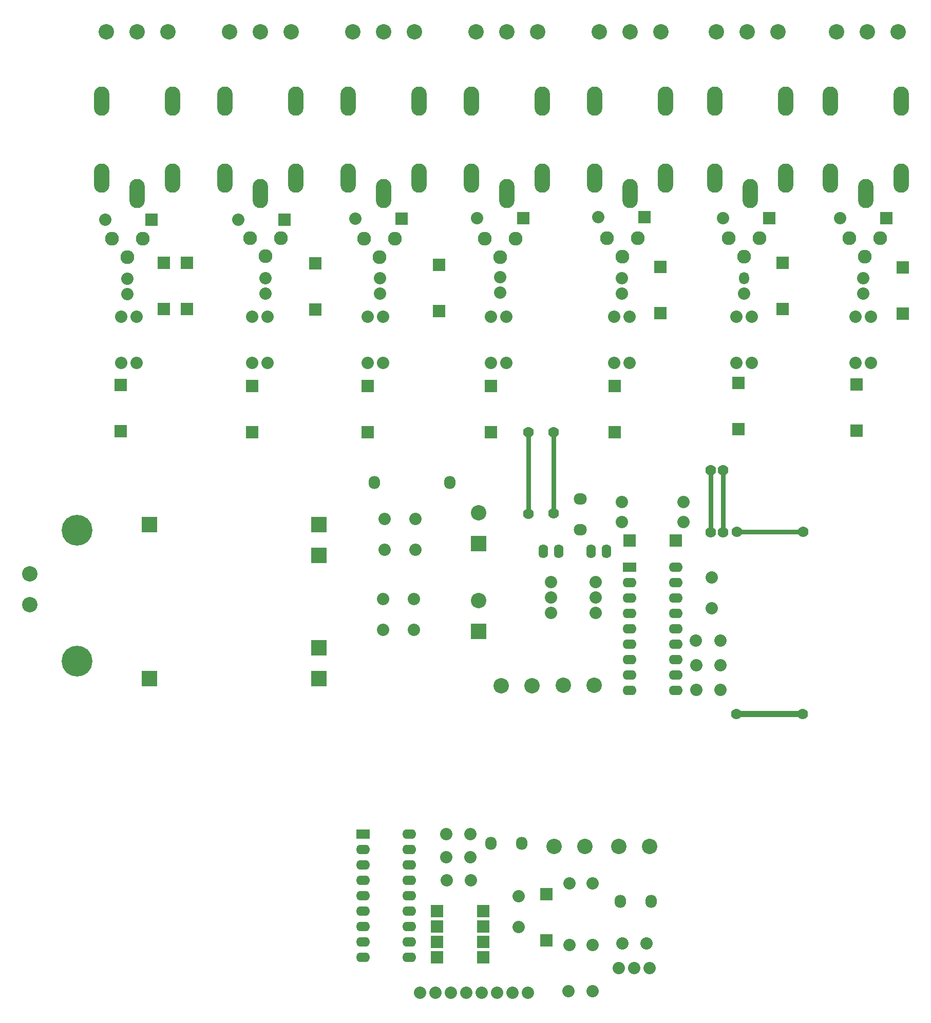
<source format=gtl>
G04 (created by PCBNEW-RS274X (2011-04-29 BZR 2986)-stable) date 6/3/2013 5:37:02 PM*
G01*
G70*
G90*
%MOIN*%
G04 Gerber Fmt 3.4, Leading zero omitted, Abs format*
%FSLAX34Y34*%
G04 APERTURE LIST*
%ADD10C,0.006000*%
%ADD11C,0.080000*%
%ADD12R,0.100000X0.100000*%
%ADD13C,0.090000*%
%ADD14R,0.090000X0.062000*%
%ADD15O,0.090000X0.062000*%
%ADD16O,0.062000X0.090000*%
%ADD17O,0.075000X0.085000*%
%ADD18R,0.080000X0.080000*%
%ADD19O,0.085000X0.075000*%
%ADD20C,0.100000*%
%ADD21C,0.200000*%
%ADD22O,0.065000X0.080000*%
%ADD23O,0.100000X0.190000*%
%ADD24C,0.070000*%
%ADD25C,0.040000*%
%ADD26C,0.030000*%
G04 APERTURE END LIST*
G54D10*
G54D11*
X68870Y-71580D03*
X67870Y-71580D03*
X66870Y-71580D03*
X62490Y-46540D03*
X62490Y-47540D03*
X62491Y-48536D03*
X65390Y-48540D03*
X65390Y-47540D03*
X65390Y-46540D03*
G54D12*
X36400Y-42800D03*
X47400Y-42800D03*
X47400Y-50800D03*
X47400Y-52800D03*
X36400Y-52800D03*
X47400Y-44800D03*
G54D13*
X83850Y-24200D03*
X82850Y-25381D03*
X81850Y-24200D03*
G54D14*
X50270Y-62880D03*
G54D15*
X50270Y-63880D03*
X50270Y-64880D03*
X50270Y-65880D03*
X50270Y-66880D03*
X50270Y-67880D03*
X50270Y-68880D03*
X50270Y-69880D03*
X50270Y-70880D03*
X53270Y-70880D03*
X53270Y-69880D03*
X53270Y-68880D03*
X53270Y-67880D03*
X53270Y-66880D03*
X53270Y-65880D03*
X53270Y-64880D03*
X53270Y-63880D03*
X53270Y-62880D03*
G54D14*
X67590Y-45548D03*
G54D15*
X67590Y-46548D03*
X67590Y-47548D03*
X67590Y-48548D03*
X67590Y-49548D03*
X67590Y-50548D03*
X67590Y-51548D03*
X67590Y-52548D03*
X67590Y-53548D03*
X70590Y-53548D03*
X70590Y-52548D03*
X70590Y-51548D03*
X70590Y-50548D03*
X70590Y-49548D03*
X70590Y-48548D03*
X70590Y-47548D03*
X70590Y-46548D03*
X70590Y-45548D03*
G54D11*
X53690Y-44440D03*
X51690Y-44440D03*
X51690Y-42440D03*
X53690Y-42440D03*
X53590Y-49640D03*
X51590Y-49640D03*
X51590Y-47640D03*
X53590Y-47640D03*
G54D16*
X66090Y-44540D03*
X65090Y-44540D03*
X61990Y-44540D03*
X62990Y-44540D03*
G54D17*
X68970Y-67263D03*
X66970Y-67263D03*
G54D11*
X60380Y-66940D03*
X60380Y-68940D03*
X72910Y-46225D03*
X72910Y-48225D03*
G54D18*
X68540Y-22840D03*
G54D11*
X65540Y-22840D03*
G54D18*
X60690Y-22890D03*
G54D11*
X57690Y-22890D03*
G54D18*
X52790Y-22940D03*
G54D11*
X49790Y-22940D03*
G54D18*
X36540Y-22990D03*
G54D11*
X33540Y-22990D03*
G54D18*
X45190Y-22990D03*
G54D11*
X42190Y-22990D03*
X66590Y-32298D03*
X66590Y-29298D03*
X67590Y-29298D03*
X67590Y-32298D03*
X58590Y-32298D03*
X58590Y-29298D03*
X59590Y-29298D03*
X59590Y-32298D03*
X50590Y-32298D03*
X50590Y-29298D03*
X51590Y-29298D03*
X51590Y-32298D03*
X43090Y-32298D03*
X43090Y-29298D03*
X44090Y-29298D03*
X44090Y-32298D03*
X34590Y-32298D03*
X34590Y-29298D03*
X35590Y-29298D03*
X35590Y-32298D03*
X59190Y-27740D03*
X59190Y-26740D03*
X67090Y-27798D03*
X67090Y-26798D03*
X51390Y-27790D03*
X51390Y-26790D03*
X43940Y-27790D03*
X43940Y-26790D03*
X34990Y-27840D03*
X34990Y-26840D03*
G54D17*
X60570Y-63480D03*
X58570Y-63480D03*
G54D19*
X64390Y-43140D03*
X64390Y-41140D03*
G54D18*
X69590Y-26048D03*
X69590Y-29048D03*
X55195Y-25920D03*
X55195Y-28920D03*
X47185Y-25845D03*
X47185Y-28845D03*
X38840Y-25798D03*
X38840Y-28798D03*
X62170Y-69780D03*
X62170Y-66780D03*
X55070Y-68880D03*
X58070Y-68880D03*
X55070Y-69880D03*
X58070Y-69880D03*
X70590Y-43840D03*
X67590Y-43840D03*
X37340Y-25798D03*
X37340Y-28798D03*
X34557Y-36743D03*
X34557Y-33743D03*
X43090Y-33798D03*
X43090Y-36798D03*
X50590Y-33798D03*
X50590Y-36798D03*
X58590Y-33798D03*
X58590Y-36798D03*
X55070Y-70880D03*
X58070Y-70880D03*
G54D20*
X28650Y-48000D03*
X28650Y-46000D03*
X65290Y-53240D03*
X63290Y-53240D03*
X62670Y-63680D03*
X64670Y-63680D03*
X66870Y-63680D03*
X68870Y-63680D03*
G54D11*
X53970Y-73180D03*
X54970Y-73180D03*
X55970Y-73180D03*
X56970Y-73180D03*
X57970Y-73180D03*
X58970Y-73180D03*
X59970Y-73180D03*
X60970Y-73180D03*
X67090Y-42640D03*
X71090Y-42640D03*
X63670Y-70080D03*
X63670Y-66080D03*
X65170Y-70080D03*
X65170Y-66080D03*
X67090Y-41340D03*
X71090Y-41340D03*
X73490Y-53540D03*
X71915Y-53540D03*
X71890Y-50340D03*
X73465Y-50340D03*
X73490Y-51940D03*
X71915Y-51940D03*
G54D13*
X35990Y-24240D03*
X34990Y-25421D03*
X33990Y-24240D03*
X44940Y-24190D03*
X43940Y-25371D03*
X42940Y-24190D03*
X52340Y-24240D03*
X51340Y-25421D03*
X50340Y-24240D03*
X60190Y-24240D03*
X59190Y-25421D03*
X58190Y-24240D03*
G54D20*
X57790Y-42040D03*
G54D12*
X57790Y-44040D03*
G54D20*
X57790Y-47740D03*
G54D12*
X57790Y-49740D03*
G54D11*
X57270Y-65880D03*
X55695Y-65880D03*
X55670Y-64380D03*
X57245Y-64380D03*
X55670Y-62880D03*
X57245Y-62880D03*
X68670Y-69980D03*
X67095Y-69980D03*
X65170Y-73080D03*
X63595Y-73080D03*
G54D21*
X31700Y-51650D03*
X31700Y-43150D03*
G54D20*
X61250Y-53250D03*
X59250Y-53250D03*
G54D11*
X82750Y-27800D03*
X82750Y-26800D03*
X75000Y-27800D03*
G54D22*
X75000Y-26800D03*
G54D11*
X74500Y-32300D03*
X74500Y-29300D03*
X75500Y-29300D03*
X75500Y-32300D03*
X82250Y-32300D03*
X82250Y-29300D03*
X83250Y-29300D03*
X83250Y-32300D03*
G54D18*
X76650Y-22900D03*
G54D11*
X73650Y-22900D03*
G54D18*
X84250Y-22900D03*
G54D11*
X81250Y-22900D03*
G54D13*
X68100Y-24200D03*
X67100Y-25381D03*
X66100Y-24200D03*
X76000Y-24200D03*
X75000Y-25381D03*
X74000Y-24200D03*
G54D18*
X66600Y-33800D03*
X66600Y-36800D03*
X74650Y-33600D03*
X74650Y-36600D03*
X82300Y-33700D03*
X82300Y-36700D03*
G54D17*
X55900Y-40050D03*
X51000Y-40050D03*
G54D18*
X55080Y-67880D03*
X58080Y-67880D03*
X77500Y-25800D03*
X77500Y-28800D03*
X85300Y-26100D03*
X85300Y-29100D03*
G54D20*
X73200Y-10800D03*
X75200Y-10800D03*
X77200Y-10800D03*
X65600Y-10800D03*
X67600Y-10800D03*
X69600Y-10800D03*
X57600Y-10800D03*
X59600Y-10800D03*
X61600Y-10800D03*
X49600Y-10800D03*
X51600Y-10800D03*
X53600Y-10800D03*
X41600Y-10800D03*
X43600Y-10800D03*
X45600Y-10800D03*
X33600Y-10800D03*
X35600Y-10800D03*
X37600Y-10800D03*
X81000Y-10800D03*
X83000Y-10800D03*
X85000Y-10800D03*
G54D23*
X77700Y-20300D03*
X73100Y-20300D03*
X73100Y-15300D03*
X77700Y-15300D03*
X75400Y-21300D03*
X85200Y-20300D03*
X80600Y-20300D03*
X80600Y-15300D03*
X85200Y-15300D03*
X82900Y-21300D03*
X37900Y-20300D03*
X33300Y-20300D03*
X33300Y-15300D03*
X37900Y-15300D03*
X35600Y-21300D03*
X45900Y-20300D03*
X41300Y-20300D03*
X41300Y-15300D03*
X45900Y-15300D03*
X43600Y-21300D03*
X53900Y-20300D03*
X49300Y-20300D03*
X49300Y-15300D03*
X53900Y-15300D03*
X51600Y-21300D03*
X61900Y-20300D03*
X57300Y-20300D03*
X57300Y-15300D03*
X61900Y-15300D03*
X59600Y-21300D03*
X69900Y-20300D03*
X65300Y-20300D03*
X65300Y-15300D03*
X69900Y-15300D03*
X67600Y-21300D03*
G54D24*
X74500Y-55100D03*
X78800Y-55100D03*
X72850Y-43300D03*
X72850Y-39250D03*
X78850Y-43250D03*
X74550Y-43250D03*
X62648Y-42059D03*
X73650Y-39250D03*
X73650Y-43300D03*
X62657Y-36800D03*
X61000Y-42100D03*
X61000Y-36800D03*
G54D25*
X74500Y-55100D02*
X75250Y-55100D01*
X75250Y-55100D02*
X78800Y-55100D01*
G54D26*
X72850Y-43300D02*
X72850Y-39250D01*
X74550Y-43250D02*
X78850Y-43250D01*
X62657Y-42050D02*
X62648Y-42059D01*
X73650Y-43300D02*
X73650Y-39250D01*
X62657Y-42050D02*
X62657Y-36800D01*
X61000Y-42100D02*
X61000Y-36800D01*
X61000Y-36800D02*
X61000Y-36800D01*
M02*

</source>
